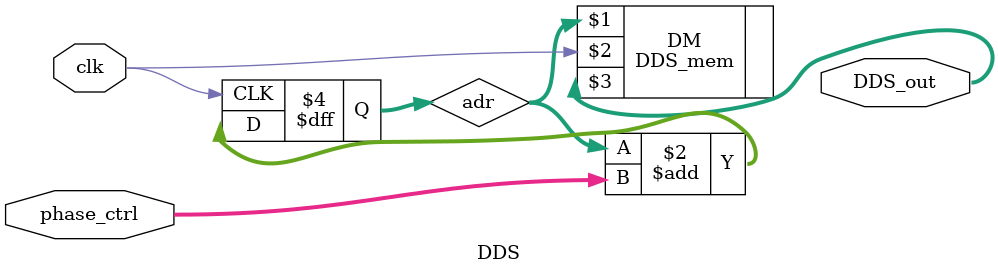
<source format=v>
module DDS(clk,phase_ctrl,DDS_out);
input clk;
input [7:0] phase_ctrl;
output [7:0] DDS_out;
reg [7:0]adr=0;
always @(posedge clk) begin
    adr=adr+phase_ctrl;
end
DDS_mem DM(adr,clk,DDS_out);

endmodule
</source>
